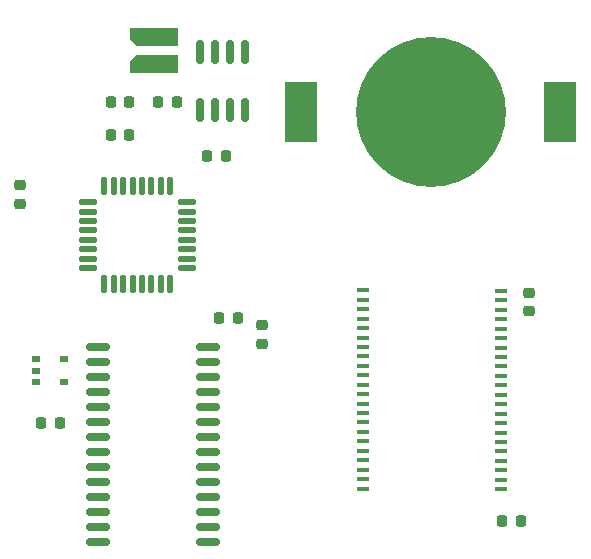
<source format=gbr>
G04 #@! TF.GenerationSoftware,KiCad,Pcbnew,(6.0.8)*
G04 #@! TF.CreationDate,2023-01-17T04:08:54-05:00*
G04 #@! TF.ProjectId,DMG-KGDU-10+,444d472d-4b47-4445-952d-31302b2e6b69,rev?*
G04 #@! TF.SameCoordinates,Original*
G04 #@! TF.FileFunction,Paste,Top*
G04 #@! TF.FilePolarity,Positive*
%FSLAX46Y46*%
G04 Gerber Fmt 4.6, Leading zero omitted, Abs format (unit mm)*
G04 Created by KiCad (PCBNEW (6.0.8)) date 2023-01-17 04:08:54*
%MOMM*%
%LPD*%
G01*
G04 APERTURE LIST*
G04 Aperture macros list*
%AMRoundRect*
0 Rectangle with rounded corners*
0 $1 Rounding radius*
0 $2 $3 $4 $5 $6 $7 $8 $9 X,Y pos of 4 corners*
0 Add a 4 corners polygon primitive as box body*
4,1,4,$2,$3,$4,$5,$6,$7,$8,$9,$2,$3,0*
0 Add four circle primitives for the rounded corners*
1,1,$1+$1,$2,$3*
1,1,$1+$1,$4,$5*
1,1,$1+$1,$6,$7*
1,1,$1+$1,$8,$9*
0 Add four rect primitives between the rounded corners*
20,1,$1+$1,$2,$3,$4,$5,0*
20,1,$1+$1,$4,$5,$6,$7,0*
20,1,$1+$1,$6,$7,$8,$9,0*
20,1,$1+$1,$8,$9,$2,$3,0*%
%AMFreePoly0*
4,1,6,0.750000,1.500000,0.750000,-2.000000,-0.750000,-2.000000,-0.750000,2.000000,0.250000,2.000000,0.750000,1.500000,0.750000,1.500000,$1*%
%AMFreePoly1*
4,1,6,0.750000,-2.000000,-0.750000,-2.000000,-0.750000,1.500000,-0.250000,2.000000,0.750000,2.000000,0.750000,-2.000000,0.750000,-2.000000,$1*%
G04 Aperture macros list end*
%ADD10FreePoly0,90.000000*%
%ADD11FreePoly1,90.000000*%
%ADD12R,0.700000X0.510000*%
%ADD13RoundRect,0.218750X0.256250X-0.218750X0.256250X0.218750X-0.256250X0.218750X-0.256250X-0.218750X0*%
%ADD14RoundRect,0.218750X0.218750X0.256250X-0.218750X0.256250X-0.218750X-0.256250X0.218750X-0.256250X0*%
%ADD15RoundRect,0.218750X-0.218750X-0.256250X0.218750X-0.256250X0.218750X0.256250X-0.218750X0.256250X0*%
%ADD16RoundRect,0.150000X-0.875000X-0.150000X0.875000X-0.150000X0.875000X0.150000X-0.875000X0.150000X0*%
%ADD17RoundRect,0.150000X0.150000X-0.825000X0.150000X0.825000X-0.150000X0.825000X-0.150000X-0.825000X0*%
%ADD18R,2.790000X5.080000*%
%ADD19C,12.700000*%
%ADD20RoundRect,0.125000X0.125000X-0.625000X0.125000X0.625000X-0.125000X0.625000X-0.125000X-0.625000X0*%
%ADD21RoundRect,0.125000X0.625000X-0.125000X0.625000X0.125000X-0.625000X0.125000X-0.625000X-0.125000X0*%
%ADD22R,1.000000X0.425000*%
G04 APERTURE END LIST*
D10*
X131718000Y-77802000D03*
D11*
X131718000Y-75502000D03*
D12*
X121735000Y-102789000D03*
X121735000Y-103739000D03*
X121735000Y-104689000D03*
X124055000Y-104689000D03*
X124055000Y-102789000D03*
D13*
X163431000Y-98709600D03*
X163431000Y-97134600D03*
D14*
X162737500Y-116460000D03*
X161162500Y-116460000D03*
X138806500Y-99247400D03*
X137231500Y-99247400D03*
D15*
X132030500Y-81002000D03*
X133605500Y-81002000D03*
D14*
X129605500Y-81002000D03*
X128030500Y-81002000D03*
D13*
X120319000Y-89589500D03*
X120319000Y-88014500D03*
D15*
X122132500Y-108210000D03*
X123707500Y-108210000D03*
D14*
X129605500Y-83802000D03*
X128030500Y-83802000D03*
D13*
X140810000Y-101457500D03*
X140810000Y-99882500D03*
D14*
X137787500Y-85600000D03*
X136212500Y-85600000D03*
D16*
X126969000Y-101747000D03*
X126969000Y-103017000D03*
X126969000Y-104287000D03*
X126969000Y-105557000D03*
X126969000Y-106827000D03*
X126969000Y-108097000D03*
X126969000Y-109367000D03*
X126969000Y-110637000D03*
X126969000Y-111907000D03*
X126969000Y-113177000D03*
X126969000Y-114447000D03*
X126969000Y-115717000D03*
X126969000Y-116987000D03*
X126969000Y-118257000D03*
X136269000Y-118257000D03*
X136269000Y-116987000D03*
X136269000Y-115717000D03*
X136269000Y-114447000D03*
X136269000Y-113177000D03*
X136269000Y-111907000D03*
X136269000Y-110637000D03*
X136269000Y-109367000D03*
X136269000Y-108097000D03*
X136269000Y-106827000D03*
X136269000Y-105557000D03*
X136269000Y-104287000D03*
X136269000Y-103017000D03*
X136269000Y-101747000D03*
D17*
X135613000Y-81677000D03*
X136883000Y-81677000D03*
X138153000Y-81677000D03*
X139423000Y-81677000D03*
X139423000Y-76727000D03*
X138153000Y-76727000D03*
X136883000Y-76727000D03*
X135613000Y-76727000D03*
D18*
X166105000Y-81802000D03*
X144135000Y-81802000D03*
D19*
X155120000Y-81802000D03*
D20*
X127471020Y-96440760D03*
X128271020Y-96440760D03*
X129071020Y-96440760D03*
X129871020Y-96440760D03*
X130671020Y-96440760D03*
X131471020Y-96440760D03*
X132271020Y-96440760D03*
X133071020Y-96440760D03*
D21*
X134446020Y-95065760D03*
X134446020Y-94265760D03*
X134446020Y-93465760D03*
X134446020Y-92665760D03*
X134446020Y-91865760D03*
X134446020Y-91065760D03*
X134446020Y-90265760D03*
X134446020Y-89465760D03*
D20*
X133071020Y-88090760D03*
X132271020Y-88090760D03*
X131471020Y-88090760D03*
X130671020Y-88090760D03*
X129871020Y-88090760D03*
X129071020Y-88090760D03*
X128271020Y-88090760D03*
X127471020Y-88090760D03*
D21*
X126096020Y-89465760D03*
X126096020Y-90265760D03*
X126096020Y-91065760D03*
X126096020Y-91865760D03*
X126096020Y-92665760D03*
X126096020Y-93465760D03*
X126096020Y-94265760D03*
X126096020Y-95065760D03*
D22*
X161055000Y-96977745D03*
X161055000Y-97777840D03*
X161055000Y-98577935D03*
X161055000Y-99378030D03*
X161055000Y-100178125D03*
X161055000Y-100978220D03*
X161055000Y-101778315D03*
X161055000Y-102578410D03*
X161055000Y-103378505D03*
X161055000Y-104178600D03*
X161055000Y-104978695D03*
X161055000Y-105778790D03*
X161055000Y-106578885D03*
X161055000Y-107378980D03*
X161055000Y-108179075D03*
X161055000Y-108979170D03*
X161055000Y-109779265D03*
X161055000Y-110579360D03*
X161055000Y-111379455D03*
X161055000Y-112179550D03*
X161055000Y-112979645D03*
X161055000Y-113779745D03*
X149350000Y-113715470D03*
X149350000Y-112916423D03*
X149350000Y-112117376D03*
X149350000Y-111318329D03*
X149350000Y-110519282D03*
X149350000Y-109720235D03*
X149350000Y-108921188D03*
X149350000Y-108122141D03*
X149350000Y-107323094D03*
X149350000Y-106524047D03*
X149350000Y-105725000D03*
X149350000Y-104925953D03*
X149350000Y-104126906D03*
X149350000Y-103327859D03*
X149350000Y-102528812D03*
X149350000Y-101729765D03*
X149350000Y-100930718D03*
X149350000Y-100131671D03*
X149350000Y-99332624D03*
X149350000Y-98533577D03*
X149350000Y-97734530D03*
X149350000Y-96935470D03*
M02*

</source>
